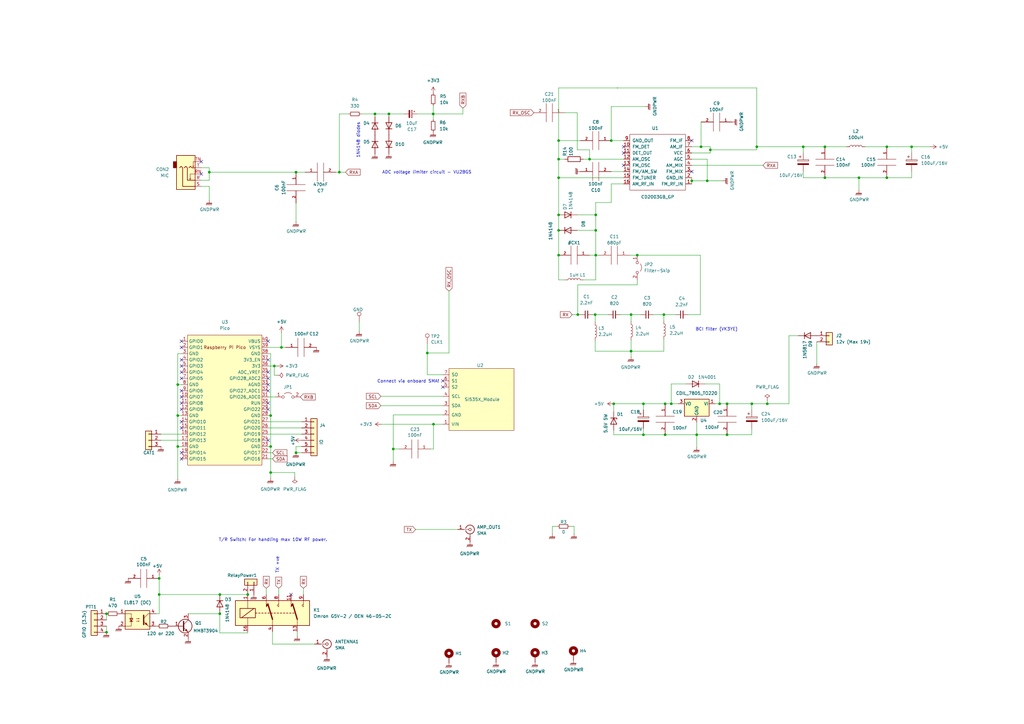
<source format=kicad_sch>
(kicad_sch (version 20211123) (generator eeschema)
  (paper "A3")
  (title_block (title "PDX RX Block - Pi Pico based DIGITAL MODES HF Transceiver") (date "2022-06-19") (rev "v0.01") (company "WB2CBA, VU2BGS, VU3CER"))
  (junction (at 272.796 165.608))
  (junction (at 285.75 178.308))
  (junction (at 175.26 144.78))
  (junction (at 110.998 193.802))
  (junction (at 241.808 65.278))
  (junction (at 290.068 74.168))
  (junction (at 308.356 165.608))
  (junction (at 244.348 104.648))
  (junction (at 261.366 104.648))
  (junction (at 250.698 57.658))
  (junction (at 101.6 243.84))
  (junction (at 244.348 94.488))
  (junction (at 298.196 178.308))
  (junction (at 244.094 129.032))
  (junction (at 72.898 157.734))
  (junction (at 310.388 60.198))
  (junction (at 258.826 144.018))
  (junction (at 275.336 165.608))
  (junction (at 159.512 46.736))
  (junction (at 65.278 243.84))
  (junction (at 177.673 46.736))
  (junction (at 236.982 129.032))
  (junction (at 229.108 88.138))
  (junction (at 291.338 61.468))
  (junction (at 121.412 70.612))
  (junction (at 258.826 129.032))
  (junction (at 329.438 60.198))
  (junction (at 272.796 178.308))
  (junction (at 229.108 57.658))
  (junction (at 121.412 185.674))
  (junction (at 287.528 60.198))
  (junction (at 90.17 243.84))
  (junction (at 115.443 142.494))
  (junction (at 90.17 251.714))
  (junction (at 112.522 150.114))
  (junction (at 363.728 72.898))
  (junction (at 72.898 183.134))
  (junction (at 229.108 65.278))
  (junction (at 363.728 60.198))
  (junction (at 314.706 165.608))
  (junction (at 244.348 88.138))
  (junction (at 110.998 170.434))
  (junction (at 110.998 183.134))
  (junction (at 153.797 46.736))
  (junction (at 229.108 104.648))
  (junction (at 338.328 72.898))
  (junction (at 352.298 72.898))
  (junction (at 43.688 251.714))
  (junction (at 295.148 165.608))
  (junction (at 338.328 60.198))
  (junction (at 177.8 173.99))
  (junction (at 65.278 237.236))
  (junction (at 161.29 184.15))
  (junction (at 263.906 165.608))
  (junction (at 298.196 165.608))
  (junction (at 283.718 74.168))
  (junction (at 263.906 178.308))
  (junction (at 43.688 259.334))
  (junction (at 272.288 129.032))
  (junction (at 72.898 170.434))
  (junction (at 251.714 165.608))
  (junction (at 373.888 60.198))
  (junction (at 139.192 70.612))
  (junction (at 85.852 70.612))
  (junction (at 229.108 94.488))
  (junction (at 229.108 72.898))
  (no_connect (at 74.422 172.974))
  (no_connect (at 74.422 175.514))
  (no_connect (at 74.422 152.654))
  (no_connect (at 74.422 155.194))
  (no_connect (at 74.422 150.114))
  (no_connect (at 74.422 147.574))
  (no_connect (at 74.422 160.274))
  (no_connect (at 74.422 162.814))
  (no_connect (at 74.422 167.894))
  (no_connect (at 74.422 165.354))
  (no_connect (at 74.422 142.494))
  (no_connect (at 74.422 139.954))
  (no_connect (at 109.982 165.354))
  (no_connect (at 109.982 160.274))
  (no_connect (at 109.982 152.654))
  (no_connect (at 109.982 155.194))
  (no_connect (at 109.982 157.734))
  (no_connect (at 109.982 147.574))
  (no_connect (at 181.61 156.21))
  (no_connect (at 74.422 188.214))
  (no_connect (at 119.38 243.84))
  (no_connect (at 74.422 185.674))
  (no_connect (at 82.55 66.294))
  (no_connect (at 82.55 71.374))
  (no_connect (at 283.718 70.358))
  (no_connect (at 283.718 57.658))
  (no_connect (at 255.778 62.738))
  (no_connect (at 255.778 60.198))
  (no_connect (at 255.778 67.818))
  (no_connect (at 181.61 158.75))
  (no_connect (at 109.982 139.954))
  (no_connect (at 109.982 180.594))
  (no_connect (at 109.982 167.894))
  (wire (pts (xy 110.998 145.034) (xy 110.998 170.434)))
  (wire (pts (xy 111.76 264.16) (xy 129.032 264.16)))
  (wire (pts (xy 261.366 104.648) (xy 287.274 104.648)))
  (wire (pts (xy 43.688 251.714) (xy 43.688 254.254)))
  (wire (pts (xy 338.328 72.898) (xy 329.438 72.898)))
  (wire (pts (xy 72.898 157.734) (xy 72.898 170.434)))
  (wire (pts (xy 251.714 165.608) (xy 263.906 165.608)))
  (wire (pts (xy 82.55 68.834) (xy 85.852 68.834)))
  (wire (pts (xy 74.422 170.434) (xy 72.898 170.434)))
  (wire (pts (xy 282.194 129.032) (xy 287.274 129.032)))
  (wire (pts (xy 124.46 241.3) (xy 124.46 243.84)))
  (wire (pts (xy 310.388 60.198) (xy 310.388 61.468)))
  (wire (pts (xy 110.998 170.434) (xy 110.998 183.134)))
  (wire (pts (xy 229.108 104.648) (xy 229.108 94.488)))
  (wire (pts (xy 115.443 136.525) (xy 115.443 142.494)))
  (wire (pts (xy 109.982 183.134) (xy 110.998 183.134)))
  (wire (pts (xy 121.412 185.674) (xy 123.698 185.674)))
  (wire (pts (xy 289.052 157.48) (xy 295.148 157.48)))
  (wire (pts (xy 254.508 129.032) (xy 258.826 129.032)))
  (wire (pts (xy 250.698 83.058) (xy 250.698 75.438)))
  (wire (pts (xy 156.21 162.56) (xy 181.61 162.56)))
  (wire (pts (xy 85.852 76.454) (xy 85.852 82.042)))
  (wire (pts (xy 373.888 72.898) (xy 363.728 72.898)))
  (wire (pts (xy 170.942 46.736) (xy 177.673 46.736)))
  (wire (pts (xy 310.388 61.468) (xy 291.338 61.468)))
  (wire (pts (xy 159.512 46.736) (xy 165.862 46.736)))
  (wire (pts (xy 272.796 178.308) (xy 263.906 178.308)))
  (wire (pts (xy 363.728 60.198) (xy 354.838 60.198)))
  (wire (pts (xy 291.338 60.198) (xy 291.338 61.468)))
  (wire (pts (xy 373.888 60.198) (xy 373.888 62.738)))
  (wire (pts (xy 66.04 178.054) (xy 74.422 178.054)))
  (wire (pts (xy 121.412 183.134) (xy 123.698 183.134)))
  (wire (pts (xy 175.26 144.78) (xy 184.15 144.78)))
  (wire (pts (xy 314.706 164.338) (xy 314.706 165.608)))
  (wire (pts (xy 275.336 165.608) (xy 275.336 157.48)))
  (wire (pts (xy 65.278 235.966) (xy 65.278 237.236)))
  (wire (pts (xy 64.008 251.714) (xy 65.278 251.714)))
  (wire (pts (xy 231.648 114.808) (xy 229.108 114.808)))
  (wire (pts (xy 323.596 137.668) (xy 323.596 165.608)))
  (wire (pts (xy 244.094 139.7) (xy 244.094 144.018)))
  (wire (pts (xy 159.512 46.736) (xy 159.512 47.752)))
  (wire (pts (xy 109.982 175.514) (xy 123.698 175.514)))
  (wire (pts (xy 234.696 129.032) (xy 236.982 129.032)))
  (wire (pts (xy 285.75 178.308) (xy 298.196 178.308)))
  (wire (pts (xy 170.434 217.17) (xy 187.706 217.17)))
  (wire (pts (xy 244.348 104.648) (xy 245.618 104.648)))
  (wire (pts (xy 314.706 165.608) (xy 323.596 165.608)))
  (wire (pts (xy 261.366 116.84) (xy 261.366 114.808)))
  (wire (pts (xy 189.865 46.736) (xy 189.865 44.323)))
  (wire (pts (xy 65.278 243.84) (xy 90.17 243.84)))
  (wire (pts (xy 290.068 65.278) (xy 290.068 74.168)))
  (wire (pts (xy 250.698 43.688) (xy 264.668 43.688)))
  (wire (pts (xy 283.718 62.738) (xy 291.338 62.738)))
  (wire (pts (xy 110.998 183.134) (xy 110.998 193.802)))
  (wire (pts (xy 244.094 132.08) (xy 244.094 129.032)))
  (wire (pts (xy 347.218 60.198) (xy 338.328 60.198)))
  (wire (pts (xy 250.698 70.358) (xy 255.778 70.358)))
  (wire (pts (xy 244.348 94.488) (xy 244.348 88.138)))
  (wire (pts (xy 72.898 170.434) (xy 72.898 183.134)))
  (wire (pts (xy 287.274 104.648) (xy 287.274 129.032)))
  (wire (pts (xy 90.17 251.714) (xy 90.17 251.46)))
  (wire (pts (xy 175.26 144.78) (xy 175.26 153.67)))
  (wire (pts (xy 283.718 60.198) (xy 287.528 60.198)))
  (wire (pts (xy 263.906 165.608) (xy 272.796 165.608)))
  (wire (pts (xy 308.356 175.768) (xy 308.356 178.308)))
  (wire (pts (xy 285.75 183.388) (xy 285.75 178.308)))
  (wire (pts (xy 275.336 157.48) (xy 281.432 157.48)))
  (wire (pts (xy 285.75 178.308) (xy 272.796 178.308)))
  (wire (pts (xy 177.673 46.736) (xy 177.673 49.022)))
  (wire (pts (xy 298.196 165.608) (xy 308.356 165.608)))
  (wire (pts (xy 147.32 132.08) (xy 147.32 135.89)))
  (wire (pts (xy 175.26 140.97) (xy 175.26 144.78)))
  (wire (pts (xy 65.278 237.236) (xy 65.278 243.84)))
  (wire (pts (xy 285.75 173.228) (xy 285.75 178.308)))
  (wire (pts (xy 72.898 183.134) (xy 72.898 196.342)))
  (wire (pts (xy 308.356 165.608) (xy 314.706 165.608)))
  (wire (pts (xy 43.688 256.794) (xy 43.688 259.334)))
  (wire (pts (xy 101.6 259.08) (xy 101.6 259.588)))
  (wire (pts (xy 64.008 256.794) (xy 64.516 256.794)))
  (wire (pts (xy 329.438 60.198) (xy 329.438 62.738)))
  (wire (pts (xy 236.982 116.84) (xy 261.366 116.84)))
  (wire (pts (xy 121.412 83.312) (xy 121.412 90.932)))
  (wire (pts (xy 161.29 170.18) (xy 161.29 184.15)))
  (wire (pts (xy 296.418 74.168) (xy 290.068 74.168)))
  (wire (pts (xy 272.288 129.032) (xy 272.288 131.572)))
  (wire (pts (xy 156.464 173.99) (xy 177.8 173.99)))
  (wire (pts (xy 275.336 165.608) (xy 278.13 165.608)))
  (wire (pts (xy 244.348 88.138) (xy 244.348 83.058)))
  (wire (pts (xy 236.728 94.488) (xy 244.348 94.488)))
  (wire (pts (xy 65.278 251.714) (xy 65.278 243.84)))
  (wire (pts (xy 241.808 104.648) (xy 244.348 104.648)))
  (wire (pts (xy 236.982 129.032) (xy 236.982 116.84)))
  (wire (pts (xy 250.698 57.658) (xy 250.698 43.688)))
  (wire (pts (xy 229.108 88.138) (xy 229.108 72.898)))
  (wire (pts (xy 251.714 168.91) (xy 251.714 165.608)))
  (wire (pts (xy 143.002 46.736) (xy 139.192 46.736)))
  (wire (pts (xy 153.797 46.736) (xy 159.512 46.736)))
  (wire (pts (xy 112.522 150.114) (xy 113.538 150.114)))
  (wire (pts (xy 109.982 170.434) (xy 110.998 170.434)))
  (wire (pts (xy 258.826 129.032) (xy 258.826 131.826)))
  (wire (pts (xy 236.728 46.228) (xy 236.728 61.468)))
  (wire (pts (xy 310.388 60.198) (xy 329.438 60.198)))
  (wire (pts (xy 177.673 46.736) (xy 189.865 46.736)))
  (wire (pts (xy 114.3 241.3) (xy 114.3 243.84)))
  (wire (pts (xy 120.904 193.802) (xy 120.904 195.58)))
  (wire (pts (xy 121.412 183.134) (xy 121.412 185.674)))
  (wire (pts (xy 272.288 144.018) (xy 258.826 144.018)))
  (wire (pts (xy 90.17 259.588) (xy 101.6 259.588)))
  (wire (pts (xy 72.898 145.034) (xy 72.898 157.734)))
  (wire (pts (xy 258.826 129.032) (xy 262.89 129.032)))
  (wire (pts (xy 156.21 166.37) (xy 181.61 166.37)))
  (wire (pts (xy 109.982 172.974) (xy 123.698 172.974)))
  (wire (pts (xy 137.795 70.612) (xy 139.192 70.612)))
  (wire (pts (xy 161.29 170.18) (xy 181.61 170.18)))
  (wire (pts (xy 231.648 46.228) (xy 236.728 46.228)))
  (wire (pts (xy 373.888 60.198) (xy 381.508 60.198)))
  (wire (pts (xy 231.648 65.278) (xy 229.108 65.278)))
  (wire (pts (xy 272.796 165.608) (xy 275.336 165.608)))
  (wire (pts (xy 72.898 183.134) (xy 74.422 183.134)))
  (wire (pts (xy 243.078 129.032) (xy 244.094 129.032)))
  (wire (pts (xy 258.318 104.648) (xy 261.366 104.648)))
  (wire (pts (xy 293.37 165.608) (xy 295.148 165.608)))
  (wire (pts (xy 77.216 251.714) (xy 90.17 251.714)))
  (wire (pts (xy 244.348 104.648) (xy 244.348 114.808)))
  (wire (pts (xy 85.852 70.612) (xy 121.412 70.612)))
  (wire (pts (xy 244.348 83.058) (xy 250.698 83.058)))
  (wire (pts (xy 283.718 67.818) (xy 312.928 67.818)))
  (wire (pts (xy 111.76 259.08) (xy 111.76 264.16)))
  (wire (pts (xy 329.438 72.898) (xy 329.438 70.358)))
  (wire (pts (xy 72.898 145.034) (xy 74.422 145.034)))
  (wire (pts (xy 272.288 139.192) (xy 272.288 144.018)))
  (wire (pts (xy 139.192 46.736) (xy 139.192 70.612)))
  (wire (pts (xy 244.094 129.032) (xy 249.428 129.032)))
  (wire (pts (xy 291.338 61.468) (xy 291.338 62.738)))
  (wire (pts (xy 272.288 129.032) (xy 277.114 129.032)))
  (wire (pts (xy 153.797 46.736) (xy 153.797 47.879)))
  (wire (pts (xy 110.998 193.802) (xy 110.998 196.088)))
  (wire (pts (xy 121.412 70.612) (xy 125.095 70.612)))
  (wire (pts (xy 82.55 73.914) (xy 85.852 73.914)))
  (wire (pts (xy 251.714 178.308) (xy 263.906 178.308)))
  (wire (pts (xy 181.61 153.67) (xy 175.26 153.67)))
  (wire (pts (xy 236.728 61.468) (xy 241.808 61.468)))
  (wire (pts (xy 90.17 243.84) (xy 101.6 243.84)))
  (wire (pts (xy 229.108 72.898) (xy 255.778 72.898)))
  (wire (pts (xy 109.22 241.3) (xy 109.22 243.84)))
  (wire (pts (xy 295.148 157.48) (xy 295.148 165.608)))
  (wire (pts (xy 82.55 76.454) (xy 85.852 76.454)))
  (wire (pts (xy 109.982 188.214) (xy 111.76 188.214)))
  (wire (pts (xy 109.982 150.114) (xy 112.522 150.114)))
  (wire (pts (xy 263.906 178.308) (xy 263.906 175.768)))
  (wire (pts (xy 74.422 157.734) (xy 72.898 157.734)))
  (wire (pts (xy 244.348 104.648) (xy 244.348 94.488)))
  (wire (pts (xy 239.268 114.808) (xy 244.348 114.808)))
  (wire (pts (xy 110.998 193.802) (xy 120.904 193.802)))
  (wire (pts (xy 295.148 165.608) (xy 298.196 165.608)))
  (wire (pts (xy 283.718 75.438) (xy 283.718 74.168)))
  (wire (pts (xy 229.108 36.068) (xy 310.388 36.068)))
  (wire (pts (xy 250.698 75.438) (xy 255.778 75.438)))
  (wire (pts (xy 373.888 70.358) (xy 373.888 72.898)))
  (wire (pts (xy 226.568 215.9) (xy 228.6 215.9)))
  (wire (pts (xy 283.718 65.278) (xy 290.068 65.278)))
  (wire (pts (xy 233.68 215.9) (xy 235.458 215.9)))
  (wire (pts (xy 363.728 60.198) (xy 373.888 60.198)))
  (wire (pts (xy 85.852 68.834) (xy 85.852 70.612)))
  (wire (pts (xy 177.8 173.99) (xy 181.61 173.99)))
  (wire (pts (xy 235.458 215.9) (xy 235.458 218.948)))
  (wire (pts (xy 236.728 88.138) (xy 244.348 88.138)))
  (wire (pts (xy 267.97 129.032) (xy 272.288 129.032)))
  (wire (pts (xy 229.108 57.658) (xy 229.108 36.068)))
  (wire (pts (xy 148.082 46.736) (xy 153.797 46.736)))
  (wire (pts (xy 121.92 259.08) (xy 121.92 260.858)))
  (wire (pts (xy 258.826 144.018) (xy 258.826 139.446)))
  (wire (pts (xy 229.108 57.658) (xy 237.998 57.658)))
  (wire (pts (xy 308.356 178.308) (xy 298.196 178.308)))
  (wire (pts (xy 283.718 74.168) (xy 283.718 72.898)))
  (wire (pts (xy 176.53 184.15) (xy 177.8 184.15)))
  (wire (pts (xy 109.982 178.054) (xy 123.698 178.054)))
  (wire (pts (xy 229.108 94.488) (xy 229.108 88.138)))
  (wire (pts (xy 363.728 72.898) (xy 352.298 72.898)))
  (wire (pts (xy 239.268 65.278) (xy 241.808 65.278)))
  (wire (pts (xy 308.356 168.148) (xy 308.356 165.608)))
  (wire (pts (xy 163.83 184.15) (xy 161.29 184.15)))
  (wire (pts (xy 241.808 65.278) (xy 255.778 65.278)))
  (wire (pts (xy 161.29 184.15) (xy 161.29 189.23)))
  (wire (pts (xy 323.596 137.668) (xy 327.406 137.668)))
  (wire (pts (xy 112.522 150.114) (xy 112.522 153.924)))
  (wire (pts (xy 229.108 104.648) (xy 229.108 114.808)))
  (wire (pts (xy 177.673 46.736) (xy 177.673 43.307)))
  (wire (pts (xy 352.298 72.898) (xy 338.328 72.898)))
  (wire (pts (xy 258.826 144.018) (xy 258.826 146.304)))
  (wire (pts (xy 229.108 65.278) (xy 229.108 57.658)))
  (wire (pts (xy 90.17 251.714) (xy 90.17 259.588)))
  (wire (pts (xy 66.04 180.594) (xy 74.422 180.594)))
  (wire (pts (xy 241.808 61.468) (xy 241.808 65.278)))
  (wire (pts (xy 226.568 218.948) (xy 226.568 215.9)))
  (wire (pts (xy 290.068 74.168) (xy 283.718 74.168)))
  (wire (pts (xy 109.982 145.034) (xy 110.998 145.034)))
  (wire (pts (xy 115.443 142.494) (xy 117.094 142.494)))
  (wire (pts (xy 139.192 70.612) (xy 141.732 70.612)))
  (wire (pts (xy 177.8 184.15) (xy 177.8 173.99)))
  (wire (pts (xy 263.906 168.148) (xy 263.906 165.608)))
  (wire (pts (xy 329.438 60.198) (xy 338.328 60.198)))
  (wire (pts (xy 244.094 144.018) (xy 258.826 144.018)))
  (wire (pts (xy 184.15 144.78) (xy 184.15 119.38)))
  (wire (pts (xy 250.698 57.658) (xy 255.778 57.658)))
  (wire (pts (xy 85.852 70.612) (xy 85.852 73.914)))
  (wire (pts (xy 112.522 153.924) (xy 113.538 153.924)))
  (wire (pts (xy 251.714 176.53) (xy 251.714 178.308)))
  (wire (pts (xy 287.528 50.038) (xy 287.528 60.198)))
  (wire (pts (xy 335.026 140.208) (xy 335.026 149.098)))
  (wire (pts (xy 236.982 129.032) (xy 237.998 129.032)))
  (wire (pts (xy 310.388 36.068) (xy 310.388 60.198)))
  (wire (pts (xy 109.982 162.814) (xy 113.03 162.814)))
  (wire (pts (xy 291.338 60.198) (xy 287.528 60.198)))
  (wire (pts (xy 229.108 72.898) (xy 229.108 65.278)))
  (wire (pts (xy 352.298 77.978) (xy 352.298 72.898)))
  (wire (pts (xy 109.982 185.674) (xy 111.76 185.674)))
  (wire (pts (xy 109.982 142.494) (xy 115.443 142.494)))
  (text "Connect via onboard SMA!" (at 154.686 157.226 0) (effects (font (size 1.27 1.27)) (justify left bottom)))
  (text "BCI filter (VK3YE)" (at 285.242 135.89 0) (effects (font (size 1.27 1.27)) (justify left bottom)))
  (text "1N4148 diodes" (at 147.701 64.897 90) (effects (font (size 1.27 1.27)) (justify left bottom)))
  (text "T/R Switch: For handling max 10W RF power." (at 89.662 222.25 0) (effects (font (size 1.27 1.27)) (justify left bottom)))
  (text "ADC voltage limiter circuit - VU2BGS" (at 156.718 71.501 0) (effects (font (size 1.27 1.27)) (justify left bottom)))
  (text "TX +ve" (at 114.554 235.204 90) (effects (font (size 1.27 1.27)) (justify left bottom)))
  (global_label "TX" (shape input) (at 114.3 241.3 90) (property "Intersheet References" "${INTERSHEET_REFS}" (effects hide)))
  (global_label "SCL" (shape input) (at 156.21 162.56 180) (property "Intersheet References" "${INTERSHEET_REFS}" (effects hide)))
  (global_label "RXB" (shape input) (at 189.865 44.323 90) (property "Intersheet References" "${INTERSHEET_REFS}" (effects hide)))
  (global_label "RX" (shape input) (at 109.22 241.3 90) (property "Intersheet References" "${INTERSHEET_REFS}" (effects hide)))
  (global_label "RXA" (shape input) (at 312.928 67.818 0) (property "Intersheet References" "${INTERSHEET_REFS}" (effects hide)))
  (global_label "RX" (shape input) (at 124.46 241.3 90) (property "Intersheet References" "${INTERSHEET_REFS}" (effects hide)))
  (global_label "RX_OSC" (shape input) (at 184.15 119.38 90) (property "Intersheet References" "${INTERSHEET_REFS}" (effects hide)))
  (global_label "RX" (shape input) (at 234.696 129.032 180) (property "Intersheet References" "${INTERSHEET_REFS}" (effects hide)))
  (global_label "RX_OSC" (shape input) (at 218.948 46.228 180) (property "Intersheet References" "${INTERSHEET_REFS}" (effects hide)))
  (global_label "SDA" (shape input) (at 111.76 188.214 0) (property "Intersheet References" "${INTERSHEET_REFS}" (effects hide)))
  (global_label "RXA" (shape input) (at 141.732 70.612 0) (property "Intersheet References" "${INTERSHEET_REFS}" (effects hide)))
  (global_label "SCL" (shape input) (at 111.76 185.674 0) (property "Intersheet References" "${INTERSHEET_REFS}" (effects hide)))
  (global_label "RXB" (shape input) (at 123.19 162.814 0) (property "Intersheet References" "${INTERSHEET_REFS}" (effects hide)))
  (global_label "TX" (shape input) (at 170.434 217.17 180) (property "Intersheet References" "${INTERSHEET_REFS}" (effects hide)))
  (global_label "SDA" (shape input) (at 156.21 166.37 180) (property "Intersheet References" "${INTERSHEET_REFS}" (effects hide)))
  (symbol (lib_id "ADX-rescue:SI535X_Module-VFO-ESP-WSPR-PCB-TTL-PA_FINAL-rescue-DIGI_UNO_TX-rescue-DTX-rescue") (at 196.85 163.83 0) (unit 1)
    (property "Reference" "U2" (at 195.58 149.86 0) (effects (justify left)))
    (property "Value" "SI535X_Module" (at 190.5 163.83 0) (effects (justify left)))
    (property "Footprint" "Connector_PinSocket_2.54mm:PinSocket_1x07_P2.54mm_Vertical" (effects hide))
  )
  (symbol (lib_id "power:GNDPWR") (at 161.29 189.23 0) (unit 1)
    (property "Reference" "#PWR0108" (effects hide))
    (property "Value" "GNDPWR" (effects hide))
  )
  (symbol (lib_id "pspice:CAP") (at 170.18 184.15 270) (unit 1)
    (property "Reference" "C23" (at 170.18 176.149 90))
    (property "Value" "100nF" (at 170.18 178.4604 90))
    (property "Footprint" "Capacitor_SMD:C_1206_3216Metric_Pad1.33x1.80mm_HandSolder" (effects hide))
  )
  (symbol (lib_id "Connector:TestPoint") (at 175.26 140.97 0) (unit 1)
    (property "Reference" "TP2" (at 176.7332 137.9728 0) (effects (justify left)))
    (property "Value" "CLK1" (at 176.7332 140.2842 0) (effects (justify left)))
    (property "Footprint" "Connector_PinHeader_2.54mm:PinHeader_1x01_P2.54mm_Vertical" (effects hide))
  )
  (symbol (lib_id "Device:D") (at 331.216 137.668 0) (unit 1)
    (property "Reference" "D9" (at 332.3844 139.6746 90) (effects (justify right)))
    (property "Value" "1N5817" (at 330.073 139.6746 90) (effects (justify right)))
    (property "Footprint" "Diode_THT:D_A-405_P2.54mm_Vertical_KathodeUp" (effects hide))
  )
  (symbol (lib_id "Mechanical:MountingHole_Pad") (at 184.15 269.24 0) (unit 1)
    (property "Reference" "H1" (at 186.69 267.9954 0) (effects (justify left)))
    (property "Value" "MountingHole_Pad" (effects hide))
    (property "Footprint" "MountingHole:MountingHole_3.2mm_M3_ISO7380_Pad" (effects hide))
  )
  (symbol (lib_id "Mechanical:MountingHole_Pad") (at 203.454 268.986 0) (unit 1)
    (property "Reference" "H2" (at 205.994 267.7414 0) (effects (justify left)))
    (property "Value" "MountingHole_Pad" (effects hide))
    (property "Footprint" "MountingHole:MountingHole_3.2mm_M3_ISO7380_Pad" (effects hide))
  )
  (symbol (lib_id "Mechanical:MountingHole_Pad") (at 219.456 268.986 0) (unit 1)
    (property "Reference" "H3" (at 221.996 267.7414 0) (effects (justify left)))
    (property "Value" "MountingHole_Pad" (effects hide))
    (property "Footprint" "MountingHole:MountingHole_3.2mm_M3_ISO7380_Pad" (effects hide))
  )
  (symbol (lib_id "Mechanical:MountingHole_Pad") (at 235.204 268.224 0) (unit 1)
    (property "Reference" "H4" (at 237.744 266.9794 0) (effects (justify left)))
    (property "Value" "MountingHole_Pad" (effects hide))
    (property "Footprint" "MountingHole:MountingHole_3.2mm_M3_ISO7380_Pad" (effects hide))
  )
  (symbol (lib_id "power:GNDPWR") (at 184.15 271.78 0) (unit 1)
    (property "Reference" "#PWR0133" (effects hide))
    (property "Value" "GNDPWR" (at 184.2516 275.6916 0))
  )
  (symbol (lib_id "power:GNDPWR") (at 203.454 271.526 0) (unit 1)
    (property "Reference" "#PWR0141" (effects hide))
    (property "Value" "GNDPWR" (at 203.5556 275.4376 0))
  )
  (symbol (lib_id "power:GNDPWR") (at 219.456 271.526 0) (unit 1)
    (property "Reference" "#PWR0142" (effects hide))
    (property "Value" "GNDPWR" (at 219.5576 275.4376 0))
  )
  (symbol (lib_id "power:GNDPWR") (at 235.204 270.764 0) (unit 1)
    (property "Reference" "#PWR0143" (effects hide))
    (property "Value" "GNDPWR" (at 235.3056 274.6756 0))
  )
  (symbol (lib_id "Connector:TestPoint") (at 147.32 132.08 0) (unit 1)
    (property "Reference" "TP7" (effects hide))
    (property "Value" "GND" (at 144.78 127 0) (effects (justify left)))
    (property "Footprint" "Connector_PinHeader_2.54mm:PinHeader_1x01_P2.54mm_Vertical" (effects hide))
  )
  (symbol (lib_id "power:GNDPWR") (at 147.32 135.89 0) (unit 1)
    (property "Reference" "#PWR0125" (effects hide))
    (property "Value" "GNDPWR" (at 147.4216 139.8016 0))
  )
  (symbol (lib_id "pspice:CAP") (at 298.196 171.958 0) (mirror y) (unit 1)
    (property "Reference" "C20" (at 296.418 169.164 0) (effects (justify left)))
    (property "Value" "100nF" (at 295.148 175.26 0) (effects (justify left)))
    (property "Footprint" "Capacitor_SMD:C_1206_3216Metric_Pad1.33x1.80mm_HandSolder" (effects hide))
  )
  (symbol (lib_id "pspice:CAP") (at 272.796 171.958 0) (unit 1)
    (property "Reference" "C19" (at 275.844 168.91 0) (effects (justify left)))
    (property "Value" "100nF" (at 275.844 175.514 0) (effects (justify left)))
    (property "Footprint" "Capacitor_SMD:C_1206_3216Metric_Pad1.33x1.80mm_HandSolder" (effects hide))
  )
  (symbol (lib_id "power:GNDPWR") (at 285.75 183.388 0) (unit 1)
    (property "Reference" "#PWR0147" (effects hide))
    (property "Value" "GNDPWR" (at 285.8516 187.2996 0))
  )
  (symbol (lib_id "power:GNDPWR") (at 121.412 90.932 0) (unit 1)
    (property "Reference" "#PWR0127" (effects hide))
    (property "Value" "GNDPWR" (at 121.5136 94.8436 0))
  )
  (symbol (lib_id "pspice:CAP") (at 121.412 76.962 0) (unit 1)
    (property "Reference" "C6" (at 113.538 76.962 90))
    (property "Value" "100nF" (at 116.332 76.962 90))
    (property "Footprint" "Capacitor_SMD:C_1206_3216Metric_Pad1.33x1.80mm_HandSolder" (effects hide))
  )
  (symbol (lib_id "pspice:CAP") (at 131.445 70.612 90) (unit 1)
    (property "Reference" "C7" (at 131.445 78.232 90))
    (property "Value" "470nF" (at 131.445 75.692 90))
    (property "Footprint" "Capacitor_SMD:C_1206_3216Metric_Pad1.33x1.80mm_HandSolder" (effects hide))
  )
  (symbol (lib_id "power:GNDPWR") (at 296.418 74.168 90) (unit 1)
    (property "Reference" "#PWR0129" (effects hide))
    (property "Value" "GNDPWR" (at 300.3296 74.0664 0))
  )
  (symbol (lib_id "power:GNDPWR") (at 237.998 70.358 270) (unit 1)
    (property "Reference" "#PWR0131" (effects hide))
    (property "Value" "GNDPWR" (effects hide))
  )
  (symbol (lib_id "power:GNDPWR") (at 264.668 43.688 90) (unit 1)
    (property "Reference" "#PWR0132" (effects hide))
    (property "Value" "GNDPWR" (at 268.5796 43.5864 0))
  )
  (symbol (lib_id "pspice:CAP") (at 244.348 57.658 270) (unit 1)
    (property "Reference" "C8" (at 244.348 50.038 90))
    (property "Value" "100nF" (at 244.348 52.578 90))
    (property "Footprint" "Capacitor_SMD:C_1206_3216Metric_Pad1.33x1.80mm_HandSolder" (effects hide))
  )
  (symbol (lib_id "pspice:CAP") (at 363.728 66.548 0) (mirror y) (unit 1)
    (property "Reference" "C15" (at 359.2068 65.3796 0) (effects (justify left)))
    (property "Value" "100nF" (at 359.2068 67.691 0) (effects (justify left)))
    (property "Footprint" "Capacitor_SMD:C_1206_3216Metric_Pad1.33x1.80mm_HandSolder" (effects hide))
  )
  (symbol (lib_id "pspice:CAP") (at 338.328 66.548 0) (unit 1)
    (property "Reference" "C14" (at 342.8492 65.3796 0) (effects (justify left)))
    (property "Value" "100nF" (at 342.8492 67.691 0) (effects (justify left)))
    (property "Footprint" "Capacitor_SMD:C_1206_3216Metric_Pad1.33x1.80mm_HandSolder" (effects hide))
  )
  (symbol (lib_id "Device:R") (at 235.458 65.278 270) (unit 1)
    (property "Reference" "R14" (at 231.648 60.198 0) (effects (justify left)))
    (property "Value" "100" (at 234.188 60.198 0) (effects (justify left)))
    (property "Footprint" "Resistor_SMD:R_1206_3216Metric_Pad1.30x1.75mm_HandSolder" (effects hide))
  )
  (symbol (lib_id "pspice:CAP") (at 244.348 70.358 90) (unit 1)
    (property "Reference" "C10" (at 244.348 77.978 90))
    (property "Value" "100nF" (at 244.348 75.438 90))
    (property "Footprint" "Capacitor_SMD:C_1206_3216Metric_Pad1.33x1.80mm_HandSolder" (effects hide))
  )
  (symbol (lib_id "power:GNDPWR") (at 352.298 77.978 0) (unit 1)
    (property "Reference" "#PWR0130" (effects hide))
    (property "Value" "GNDPWR" (at 352.3996 81.8896 0))
  )
  (symbol (lib_id "pspice:CAP") (at 225.298 46.228 270) (unit 1)
    (property "Reference" "C21" (at 225.298 38.608 90))
    (property "Value" "100nF" (at 225.298 41.148 90))
    (property "Footprint" "Capacitor_SMD:C_1206_3216Metric_Pad1.33x1.80mm_HandSolder" (effects hide))
  )
  (symbol (lib_id "Device:D") (at 232.918 88.138 180) (unit 1)
    (property "Reference" "D7" (at 231.7496 86.1314 90) (effects (justify right)))
    (property "Value" "1N4148" (at 234.061 86.1314 90) (effects (justify right)))
    (property "Footprint" "Diode_THT:D_DO-35_SOD27_P2.54mm_Vertical_KathodeUp" (effects hide))
  )
  (symbol (lib_id "Device:D") (at 232.918 94.488 0) (unit 1)
    (property "Reference" "D8" (at 239.268 93.218 90) (effects (justify left)))
    (property "Value" "1N4148" (at 225.806 98.552 90) (effects (justify left)))
    (property "Footprint" "Diode_THT:D_DO-35_SOD27_P2.54mm_Vertical_KathodeUp" (effects hide))
  )
  (symbol (lib_id "pspice:CAP") (at 235.458 104.648 270) (unit 1)
    (property "Reference" "#CX1" (at 235.458 99.568 90))
    (property "Value" "  " (at 235.458 99.568 90))
    (property "Footprint" "Capacitor_THT:C_Disc_D3.0mm_W1.6mm_P2.50mm" (effects hide))
  )
  (symbol (lib_id "pspice:CAP") (at 251.968 104.648 270) (unit 1)
    (property "Reference" "C11" (at 251.968 97.028 90))
    (property "Value" "680pF" (at 251.968 99.568 90))
    (property "Footprint" "Capacitor_SMD:C_1206_3216Metric_Pad1.33x1.80mm_HandSolder" (effects hide))
  )
  (symbol (lib_id "pspice:CAP") (at 293.878 50.038 270) (unit 1)
    (property "Reference" "C9" (at 293.878 42.418 90))
    (property "Value" "100nF" (at 293.878 44.958 90))
    (property "Footprint" "Capacitor_SMD:C_1206_3216Metric_Pad1.33x1.80mm_HandSolder" (effects hide))
  )
  (symbol (lib_id "power:GNDPWR") (at 300.228 50.038 90) (unit 1)
    (property "Reference" "#PWR0134" (effects hide))
    (property "Value" "GNDPWR" (at 304.1396 49.9364 0))
  )
  (symbol (lib_id "power:GNDPWR") (at 335.026 149.098 0) (unit 1)
    (property "Reference" "#PWR0145" (effects hide))
    (property "Value" "GNDPWR" (at 335.1276 153.0096 0))
  )
  (symbol (lib_id "power:GNDPWR") (at 85.852 82.042 0) (unit 1)
    (property "Reference" "#PWR0128" (effects hide))
    (property "Value" "GNDPWR" (at 85.9536 85.9536 0))
  )
  (symbol (lib_id "power:PWR_FLAG") (at 120.904 195.58 180) (unit 1)
    (property "Reference" "#FLG02" (effects hide))
    (property "Value" "PWR_FLAG" (at 120.904 200.66 0))
  )
  (symbol (lib_id "Connector_Generic:Conn_01x02") (at 340.106 137.668 0) (unit 1)
    (property "Reference" "J2" (at 342.9 137.6679 0) (effects (justify left)))
    (property "Value" "12v (Max 19v)" (at 342.9 140.2079 0) (effects (justify left)))
    (property "Footprint" "Connector_PinHeader_2.54mm:PinHeader_1x02_P2.54mm_Vertical" (effects hide))
  )
  (symbol (lib_id "power:+3.3V") (at 177.673 38.227 0) (unit 1)
    (property "Reference" "#PWR019" (effects hide))
    (property "Value" "+3.3V" (at 177.673 33.02 0))
  )
  (symbol (lib_id "Diode:1N4148") (at 90.17 247.65 270) (unit 1)
    (property "Reference" "D3" (at 92.202 245.872 90) (effects (justify left)))
    (property "Value" "1N4148" (at 93.218 247.65 0) (effects (justify left)))
    (property "Footprint" "Diode_THT:D_DO-35_SOD27_P2.54mm_Vertical_KathodeUp" (effects hide))
    (property "Datasheet" "https://assets.nexperia.com/documents/data-sheet/1N4148_1N4448.pdf" (effects hide))
  )
  (symbol (lib_id "Connector:Conn_Coaxial") (at 134.112 264.16 0) (unit 1)
    (property "Reference" "ANTENNA1" (at 137.414 263.1831 0) (effects (justify left)))
    (property "Value" "SMA" (at 137.414 265.7231 0) (effects (justify left)))
    (property "Footprint" "Connector_Coaxial:SMA_Amphenol_901-144_Vertical" (effects hide))
    (property "Datasheet" " ~" (effects hide))
  )
  (symbol (lib_id "Device:C_Polarized") (at 308.356 171.958 0) (unit 1)
    (property "Reference" "C24" (at 312.166 169.7989 0) (effects (justify left)))
    (property "Value" "100uF/16V" (at 312.166 172.3389 0) (effects (justify left)))
    (property "Footprint" "Capacitor_THT:CP_Radial_D4.0mm_P2.00mm" (effects hide))
  )
  (symbol (lib_id "power:GNDPWR") (at 52.578 237.236 0) (unit 1)
    (property "Reference" "#PWR09" (effects hide))
    (property "Value" "GNDPWR" (effects hide))
  )
  (symbol (lib_id "Diode:1N4001") (at 285.242 157.48 180) (unit 1)
    (property "Reference" "D2" (at 283.464 154.686 0))
    (property "Value" "1N4001" (at 290.068 154.686 0))
    (property "Footprint" "Diode_SMD:D_SMA_Handsoldering" (effects hide))
    (property "Datasheet" "http://www.vishay.com/docs/88503/1n4001.pdf" (effects hide))
  )
  (symbol (lib_id "power:+5V") (at 115.443 136.525 0) (unit 1)
    (property "Reference" "#PWR04" (effects hide))
    (property "Value" "+5V" (at 115.443 131.953 0))
  )
  (symbol (lib_id "Device:C_Small") (at 251.968 129.032 90) (unit 1)
    (property "Reference" "C2" (at 251.9743 121.92 90))
    (property "Value" "820" (at 251.9743 124.46 90))
    (property "Footprint" "Capacitor_SMD:C_1206_3216Metric_Pad1.33x1.80mm_HandSolder" (effects hide))
  )
  (symbol (lib_id "power:PWR_FLAG") (at 314.706 164.338 0) (unit 1)
    (property "Reference" "#FLG01" (effects hide))
    (property "Value" "PWR_FLAG" (at 314.706 158.75 0))
  )
  (symbol (lib_id "power:GNDPWR") (at 121.412 185.674 0) (unit 1)
    (property "Reference" "#PWR0102" (effects hide))
    (property "Value" "GNDPWR" (at 121.285 190.5 0))
  )
  (symbol (lib_id "Device:R_Small") (at 145.542 46.736 90) (unit 1)
    (property "Reference" "R4" (at 145.542 40.894 90))
    (property "Value" "330" (at 145.542 43.434 90))
    (property "Footprint" "Resistor_SMD:R_1206_3216Metric_Pad1.30x1.75mm_HandSolder" (effects hide))
  )
  (symbol (lib_id "Device:R_Small") (at 177.673 51.562 180) (unit 1)
    (property "Reference" "R6" (at 180.213 50.2919 0) (effects (justify right)))
    (property "Value" "10k" (at 180.213 52.8319 0) (effects (justify right)))
    (property "Footprint" "Resistor_THT:R_Axial_DIN0207_L6.3mm_D2.5mm_P2.54mm_Vertical" (effects hide))
  )
  (symbol (lib_id "Connector_Generic:Conn_01x03") (at 60.96 180.594 0) (mirror y) (unit 1)
    (property "Reference" "CAT1" (at 63.5 185.674 0) (effects (justify left)))
    (property "Value" "CAT" (effects hide))
    (property "Footprint" "Connector_PinHeader_2.54mm:PinHeader_1x03_P2.54mm_Vertical" (effects hide))
  )
  (symbol (lib_id "Device:C_Polarized") (at 263.906 171.958 0) (unit 1)
    (property "Reference" "C18" (at 258.572 168.91 0) (effects (justify left)))
    (property "Value" "10uF/16V" (at 253.746 176.022 0) (effects (justify left)))
    (property "Footprint" "Capacitor_THT:CP_Radial_D4.0mm_P2.00mm" (effects hide))
  )
  (symbol (lib_id "power:+5V") (at 381.508 60.198 270) (unit 1)
    (property "Reference" "#PWR0104" (effects hide))
    (property "Value" "+5V" (at 384.81 60.1979 90) (effects (justify left)))
  )
  (symbol (lib_id "power:+5V") (at 251.714 165.608 90) (unit 1)
    (property "Reference" "#PWR05" (effects hide))
    (property "Value" "+5V" (at 247.65 165.6079 90) (effects (justify left)))
  )
  (symbol (lib_id "Device:L") (at 258.826 135.636 0) (unit 1)
    (property "Reference" "L4" (at 260.604 134.3659 0) (effects (justify left)))
    (property "Value" "2.2uH" (at 260.604 136.9059 0) (effects (justify left)))
    (property "Footprint" "Inductor_THT:L_Axial_L5.3mm_D2.2mm_P2.54mm_Vertical_Vishay_IM-1" (effects hide))
  )
  (symbol (lib_id "Connector_Generic:Conn_01x06") (at 128.778 178.054 0) (unit 1)
    (property "Reference" "J4" (at 131.064 174.498 0) (effects (justify left)))
    (property "Value" "IO" (at 131.826 182.372 90) (effects (justify left)))
    (property "Footprint" "Connector_PinHeader_2.54mm:PinHeader_1x06_P2.54mm_Vertical" (effects hide))
  )
  (symbol (lib_id "power:GNDPWR") (at 235.458 218.948 0) (unit 1)
    (property "Reference" "#PWR016" (effects hide))
    (property "Value" "GNDPWR" (effects hide))
  )
  (symbol (lib_id "power:GNDPWR") (at 66.04 183.134 0) (unit 1)
    (property "Reference" "#PWR0106" (effects hide))
    (property "Value" "GNDPWR" (effects hide))
  )
  (symbol (lib_id "pspice:CAP") (at 123.444 142.494 90) (unit 1)
    (property "Reference" "C12" (at 128.778 136.906 90))
    (property "Value" "100nF" (at 123.698 136.906 90))
    (property "Footprint" "Capacitor_SMD:C_1206_3216Metric_Pad1.33x1.80mm_HandSolder" (effects hide))
  )
  (symbol (lib_id "pspice:CAP") (at 58.928 237.236 270) (unit 1)
    (property "Reference" "C5" (at 58.928 229.235 90))
    (property "Value" "100nF" (at 58.928 231.5464 90))
    (property "Footprint" "Capacitor_SMD:C_1206_3216Metric_Pad1.33x1.80mm_HandSolder" (effects hide))
  )
  (symbol (lib_id "power:GNDPWR") (at 77.216 261.874 0) (unit 1)
    (property "Reference" "#PWR011" (effects hide))
    (property "Value" "GNDPWR" (effects hide))
  )
  (symbol (lib_id "power:GNDPWR") (at 226.568 218.948 0) (unit 1)
    (property "Reference" "#PWR015" (effects hide))
    (property "Value" "GNDPWR" (effects hide))
  )
  (symbol (lib_id "Device:L") (at 235.458 114.808 90) (unit 1)
    (property "Reference" "L1" (at 239.014 112.776 90))
    (property "Value" "1uH" (at 235.458 112.776 90))
    (property "Footprint" "Inductor_THT:L_Axial_L5.3mm_D2.2mm_P2.54mm_Vertical_Vishay_IM-1" (effects hide))
  )
  (symbol (lib_id "power:+3.3V") (at 113.538 150.114 270) (unit 1)
    (property "Reference" "#PWR03" (effects hide))
    (property "Value" "+3.3V" (at 116.84 150.1139 90) (effects (justify left)))
  )
  (symbol (lib_id "Device:R_Small") (at 231.14 215.9 90) (unit 1)
    (property "Reference" "R3" (at 231.14 214.122 90))
    (property "Value" "0" (at 231.14 218.186 90))
    (property "Footprint" "Resistor_SMD:R_1206_3216Metric_Pad1.30x1.75mm_HandSolder" (effects hide))
  )
  (symbol (lib_id "Diode:1N4148") (at 153.797 59.309 270) (unit 1)
    (property "Reference" "D5" (at 148.971 58.166 90) (effects (justify left)))
    (property "Value" "1N4148" (effects hide))
    (property "Footprint" "Diode_THT:D_DO-35_SOD27_P2.54mm_Vertical_KathodeUp" (effects hide))
    (property "Datasheet" "https://assets.nexperia.com/documents/data-sheet/1N4148_1N4448.pdf" (effects hide))
  )
  (symbol (lib_id "Connector_Generic:Conn_01x04") (at 38.608 254.254 0) (mirror y) (unit 1)
    (property "Reference" "PTT1" (at 37.338 248.92 0))
    (property "Value" "GPIO (3.3v)" (at 34.544 256.032 90))
    (property "Footprint" "Connector_PinHeader_2.54mm:PinHeader_1x04_P2.54mm_Vertical" (effects hide))
  )
  (symbol (lib_id "power:GNDPWR") (at 153.797 63.119 0) (unit 1)
    (property "Reference" "#PWR0109" (effects hide))
    (property "Value" "GNDPWR" (effects hide))
  )
  (symbol (lib_id "power:GNDPWR") (at 110.998 196.088 0) (unit 1)
    (property "Reference" "#PWR0103" (effects hide))
    (property "Value" "GNDPWR" (at 110.871 200.66 0))
  )
  (symbol (lib_id "power:GNDPWR") (at 72.898 196.342 0) (unit 1)
    (property "Reference" "#PWR0105" (effects hide))
    (property "Value" "GNDPWR" (at 72.771 200.914 0))
  )
  (symbol (lib_id "power:GNDPWR") (at 121.92 260.858 0) (unit 1)
    (property "Reference" "#PWR013" (effects hide))
    (property "Value" "GNDPWR" (effects hide))
  )
  (symbol (lib_id "power:GNDPWR") (at 104.14 243.84 0) (unit 1)
    (property "Reference" "#PWR012" (effects hide))
    (property "Value" "GNDPWR" (effects hide))
  )
  (symbol (lib_id "power:GNDPWR") (at 258.826 146.304 0) (unit 1)
    (property "Reference" "#PWR08" (effects hide))
    (property "Value" "GNDPWR" (at 258.699 150.622 0))
  )
  (symbol (lib_id "Device:L") (at 244.094 135.89 0) (unit 1)
    (property "Reference" "L3" (at 245.364 134.6199 0) (effects (justify left)))
    (property "Value" "2.2uH" (at 245.364 137.1599 0) (effects (justify left)))
    (property "Footprint" "Inductor_THT:L_Axial_L5.3mm_D2.2mm_P2.54mm_Vertical_Vishay_IM-1" (effects hide))
  )
  (symbol (lib_id "Mechanical:MountingHole") (at 219.456 255.778 0) (unit 1)
    (property "Reference" "S2" (at 222.25 255.7779 0) (effects (justify left)))
    (property "Value" "MountingHole" (effects hide))
    (property "Footprint" "MountingHole:MountingHole_2.7mm_M2.5" (effects hide))
  )
  (symbol (lib_id "Connector:Conn_Coaxial") (at 192.786 217.17 0) (unit 1)
    (property "Reference" "AMP_OUT1" (at 195.58 216.1931 0) (effects (justify left)))
    (property "Value" "SMA" (at 195.58 218.7331 0) (effects (justify left)))
    (property "Footprint" "Connector_Coaxial:SMA_Amphenol_901-144_Vertical" (effects hide))
    (property "Datasheet" " ~" (effects hide))
  )
  (symbol (lib_id "Device:L") (at 351.028 60.198 90) (unit 1)
    (property "Reference" "L2" (at 351.028 53.848 90))
    (property "Value" "100uH" (at 351.028 56.388 90))
    (property "Footprint" "Inductor_THT:L_Axial_L5.3mm_D2.2mm_P2.54mm_Vertical_Vishay_IM-1" (effects hide))
  )
  (symbol (lib_id "Device:C_Small") (at 279.654 129.032 90) (unit 1)
    (property "Reference" "C4" (at 279.6603 122.428 90))
    (property "Value" "2.2nF" (at 279.6603 124.968 90))
    (property "Footprint" "Capacitor_SMD:C_1206_3216Metric_Pad1.33x1.80mm_HandSolder" (effects hide))
  )
  (symbol (lib_id "Device:C_Polarized") (at 373.888 66.548 0) (unit 1)
    (property "Reference" "C16" (at 377.698 64.3889 0) (effects (justify left)))
    (property "Value" "100uF/16V" (at 377.698 66.9289 0) (effects (justify left)))
    (property "Footprint" "Capacitor_THT:CP_Radial_D4.0mm_P2.00mm" (effects hide))
  )
  (symbol (lib_id "power:GNDPWR") (at 177.673 54.102 0) (unit 1)
    (property "Reference" "#PWR0111" (effects hide))
    (property "Value" "GNDPWR" (at 177.546 58.42 0))
  )
  (symbol (lib_id "Diode:1N4148") (at 159.512 59.182 90) (unit 1)
    (property "Reference" "D10" (at 162.052 59.1819 90) (effects (justify right)))
    (property "Value" "1N4148" (effects hide))
    (property "Footprint" "Diode_THT:D_DO-35_SOD27_P2.54mm_Vertical_KathodeUp" (effects hide))
    (property "Datasheet" "https://assets.nexperia.com/documents/data-sheet/1N4148_1N4448.pdf" (effects hide))
  )
  (symbol (lib_id "power:GNDPWR") (at 192.786 222.25 0) (unit 1)
    (property "Reference" "#PWR0107" (effects hide))
    (property "Value" "GNDPWR" (at 192.659 227.076 0))
  )
  (symbol (lib_id "Transistor_BJT:MMBT3904") (at 74.676 256.794 0) (unit 1)
    (property "Reference" "Q1" (at 80.01 255.5239 0) (effects (justify left)))
    (property "Value" "MMBT3904" (at 79.248 258.699 0) (effects (justify left)))
    (property "Footprint" "Package_TO_SOT_SMD:SOT-23" (effects hide))
    (property "Datasheet" "https://www.onsemi.com/pub/Collateral/2N3903-D.PDF" (effects hide))
  )
  (symbol (lib_id "Device:R_Small") (at 177.673 40.767 180) (unit 1)
    (property "Reference" "R5" (at 180.34 39.4969 0) (effects (justify right)))
    (property "Value" "10k" (at 180.34 42.0369 0) (effects (justify right)))
    (property "Footprint" "Resistor_THT:R_Axial_DIN0207_L6.3mm_D2.5mm_P2.54mm_Vertical" (effects hide))
  )
  (symbol (lib_id "power:PWR_FLAG") (at 113.538 153.924 270) (unit 1)
    (property "Reference" "#FLG0101" (effects hide))
    (property "Value" "PWR_FLAG" (at 117.094 153.924 90) (effects (justify left)))
  )
  (symbol (lib_id "power:+3.3V") (at 156.464 173.99 90) (unit 1)
    (property "Reference" "#PWR01" (effects hide))
    (property "Value" "+3.3V" (at 152.654 173.9899 90) (effects (justify left)))
  )
  (symbol (lib_id "Device:R_Small") (at 67.056 256.794 90) (unit 1)
    (property "Reference" "R2" (at 67.056 255.016 90))
    (property "Value" "120 or 220" (at 65.913 259.842 90))
    (property "Footprint" "Resistor_SMD:R_1206_3216Metric_Pad1.30x1.75mm_HandSolder" (effects hide))
  )
  (symbol (lib_id "Device:R_Small") (at 46.228 251.714 90) (unit 1)
    (property "Reference" "R1" (at 46.228 245.872 90))
    (property "Value" "470" (at 46.228 248.412 90))
    (property "Footprint" "Resistor_SMD:R_1206_3216Metric_Pad1.30x1.75mm_HandSolder" (effects hide))
  )
  (symbol (lib_id "Mechanical:MountingHole") (at 203.454 255.778 0) (unit 1)
    (property "Reference" "S1" (at 207.01 255.7779 0) (effects (justify left)))
    (property "Value" "MountingHole" (effects hide))
    (property "Footprint" "MountingHole:MountingHole_2.7mm_M2.5" (effects hide))
  )
  (symbol (lib_id "Device:C_Small") (at 265.43 129.032 90) (unit 1)
    (property "Reference" "C3" (at 265.4363 122.174 90))
    (property "Value" "820" (at 265.4363 124.714 90))
    (property "Footprint" "Capacitor_SMD:C_1206_3216Metric_Pad1.33x1.80mm_HandSolder" (effects hide))
  )
  (symbol (lib_id "CD2003 Library:CD2003GB_GP") (at 276.098 66.548 90) (unit 1)
    (property "Reference" "U1" (at 268.732 52.578 90))
    (property "Value" "CD2003GB_GP" (at 269.748 80.772 90))
    (property "Footprint" "Package_DIP:DIP-16_W7.62mm_Socket" (effects hide))
  )
  (symbol (lib_id "Device:C_Polarized_Small") (at 168.402 46.736 270) (unit 1)
    (property "Reference" "C17" (at 168.9481 53.086 90))
    (property "Value" "10uF" (at 168.9481 50.546 90))
    (property "Footprint" "Capacitor_THT:CP_Radial_D4.0mm_P2.00mm" (effects hide))
  )
  (symbol (lib_id "Connector:AudioJack3_SwitchTR") (at 77.47 73.914 0) (mirror x) (unit 1)
    (property "Reference" "CON2" (at 69.342 69.4689 0) (effects (justify right)))
    (property "Value" "MIC" (at 69.342 72.0089 0) (effects (justify right)))
    (property "Footprint" "footprints:PJ-307" (effects hide))
  )
  (symbol (lib_id "Relay:G5V-2") (at 111.76 251.46 0) (unit 1)
    (property "Reference" "K1" (at 128.524 250.1899 0) (effects (justify left)))
    (property "Value" "Omron G5V-2 / OEN 46-05-2C" (at 128.524 252.7299 0) (effects (justify left)))
    (property "Footprint" "Relay_THT:Relay_DPDT_Omron_G5V-2" (effects hide))
    (property "Datasheet" "http://omronfs.omron.com/en_US/ecb/products/pdf/en-g5v_2.pdf" (effects hide))
  )
  (symbol (lib_id "Device:L") (at 272.288 135.382 0) (unit 1)
    (property "Reference" "L5" (at 274.574 134.1119 0) (effects (justify left)))
    (property "Value" "2.2uH" (at 274.574 136.6519 0) (effects (justify left)))
    (property "Footprint" "Inductor_THT:L_Axial_L5.3mm_D2.2mm_P2.54mm_Vertical_Vishay_IM-1" (effects hide))
  )
  (symbol (lib_id "power:+5V") (at 65.278 235.966 0) (unit 1)
    (property "Reference" "#PWR010" (effects hide))
    (property "Value" "+5V" (at 64.516 232.156 0))
  )
  (symbol (lib_id "power:GNDPWR") (at 129.794 142.494 0) (unit 1)
    (property "Reference" "#PWR07" (effects hide))
    (property "Value" "GNDPWR" (effects hide))
  )
  (symbol (lib_id "power:GNDPWR") (at 134.112 269.24 0) (unit 1)
    (property "Reference" "#PWR014" (effects hide))
    (property "Value" "GNDPWR" (at 133.985 274.066 0))
  )
  (symbol (lib_id "pico:Pico") (at 92.202 164.084 0) (unit 1)
    (property "Reference" "U3" (at 92.202 132.08 0))
    (property "Value" "Pico" (at 92.202 134.62 0))
    (property "Footprint" "footprints:RPi_Pico_SMD_TH" (effects hide))
  )
  (symbol (lib_id "Device:D_Zener") (at 251.714 172.72 270) (unit 1)
    (property "Reference" "D1" (at 252.984 169.926 90) (effects (justify left)))
    (property "Value" "5.6V 5W" (at 248.412 169.672 0) (effects (justify left)))
    (property "Footprint" "Diode_THT:D_DO-15_P5.08mm_Vertical_KathodeUp" (effects hide))
  )
  (symbol (lib_id "Regulator_Linear:LM7805_TO220") (at 285.75 165.608 0) (mirror y) (unit 1)
    (property "Reference" "U4" (at 288.544 172.466 0))
    (property "Value" "CDIL_7805_TO220" (at 285.75 161.29 0))
    (property "Footprint" "Package_TO_SOT_THT:TO-220-3_Vertical" (effects hide))
    (property "Datasheet" "https://www.onsemi.cn/PowerSolutions/document/MC7800-D.PDF" (effects hide))
  )
  (symbol (lib_id "Jumper:Jumper_2_Open") (at 261.366 109.728 270) (unit 1)
    (property "Reference" "JP2" (at 264.16 108.4579 90) (effects (justify left)))
    (property "Value" "Filter-Skip" (at 264.16 110.9979 90) (effects (justify left)))
    (property "Footprint" "Connector_PinHeader_2.54mm:PinHeader_1x02_P2.54mm_Vertical" (effects hide))
  )
  (symbol (lib_id "Device:C_Small") (at 240.538 129.032 90) (unit 1)
    (property "Reference" "C1" (at 240.5443 121.666 90))
    (property "Value" "2.2nF" (at 240.5443 124.206 90))
    (property "Footprint" "Capacitor_SMD:C_1206_3216Metric_Pad1.33x1.80mm_HandSolder" (effects hide))
  )
  (symbol (lib_id "power:+5V") (at 123.698 180.594 90) (unit 1)
    (property "Reference" "#PWR0101" (effects hide))
    (property "Value" "+5V" (at 120.142 182.88 0) (effects (justify left)))
  )
  (symbol (lib_id "Diode:1N4148") (at 153.797 51.689 270) (unit 1)
    (property "Reference" "D4" (at 148.971 50.546 90) (effects (justify left)))
    (property "Value" "1N4148" (effects hide))
    (property "Footprint" "Diode_THT:D_DO-35_SOD27_P2.54mm_Vertical_KathodeUp" (effects hide))
    (property "Datasheet" "https://assets.nexperia.com/documents/data-sheet/1N4148_1N4448.pdf" (effects hide))
  )
  (symbol (lib_id "Jumper:Jumper_2_Open") (at 118.11 162.814 0) (unit 1)
    (property "Reference" "JP1" (at 118.11 158.75 0))
    (property "Value" "Jumper_2_Open" (effects hide))
    (property "Footprint" "Connector_PinHeader_2.54mm:PinHeader_1x02_P2.54mm_Vertical" (effects hide))
  )
  (symbol (lib_id "Isolator:EL817") (at 56.388 254.254 0) (unit 1)
    (property "Reference" "U5" (at 56.388 244.602 0))
    (property "Value" "EL817 (OC)" (at 56.388 247.142 0))
    (property "Footprint" "Package_DIP:DIP-4_W7.62mm" (effects hide))
    (property "Datasheet" "http://www.everlight.com/file/ProductFile/EL817.pdf" (effects hide))
  )
  (symbol (lib_id "power:GNDPWR") (at 43.688 259.334 0) (unit 1)
    (property "Reference" "#PWR02" (effects hide))
    (property "Value" "GNDPWR" (effects hide))
  )
  (symbol (lib_id "power:GNDPWR") (at 159.512 62.992 0) (unit 1)
    (property "Reference" "#PWR0110" (effects hide))
    (property "Value" "GNDPWR" (effects hide))
  )
  (symbol (lib_id "Device:C_Polarized") (at 329.438 66.548 0) (unit 1)
    (property "Reference" "C13" (at 322.834 64.262 0) (effects (justify left)))
    (property "Value" "10uF/16V" (at 319.532 71.882 0) (effects (justify left)))
    (property "Footprint" "Capacitor_THT:CP_Radial_D4.0mm_P2.00mm" (effects hide))
  )
  (symbol (lib_id "Connector_Generic:Conn_01x02") (at 104.14 238.76 270) (mirror x) (unit 1)
    (property "Reference" "RELAY_POWER1" (effects hide))
    (property "Value" "RelayPower1" (at 99.314 235.966 90))
    (property "Footprint" "Connector_PinHeader_2.54mm:PinHeader_1x02_P2.54mm_Vertical" (effects hide))
  )
  (symbol (lib_id "power:GNDPWR") (at 48.768 256.794 0) (unit 1)
    (property "Reference" "#PWR06" (effects hide))
    (property "Value" "GNDPWR" (effects hide))
  )
  (symbol (lib_id "Diode:1N4148") (at 159.512 51.562 90) (unit 1)
    (property "Reference" "D6" (at 162.052 51.5619 90) (effects (justify right)))
    (property "Value" "1N4148" (effects hide))
    (property "Footprint" "Diode_THT:D_DO-35_SOD27_P2.54mm_Vertical_KathodeUp" (effects hide))
    (property "Datasheet" "https://assets.nexperia.com/documents/data-sheet/1N4148_1N4448.pdf" (effects hide))
  )
)
</source>
